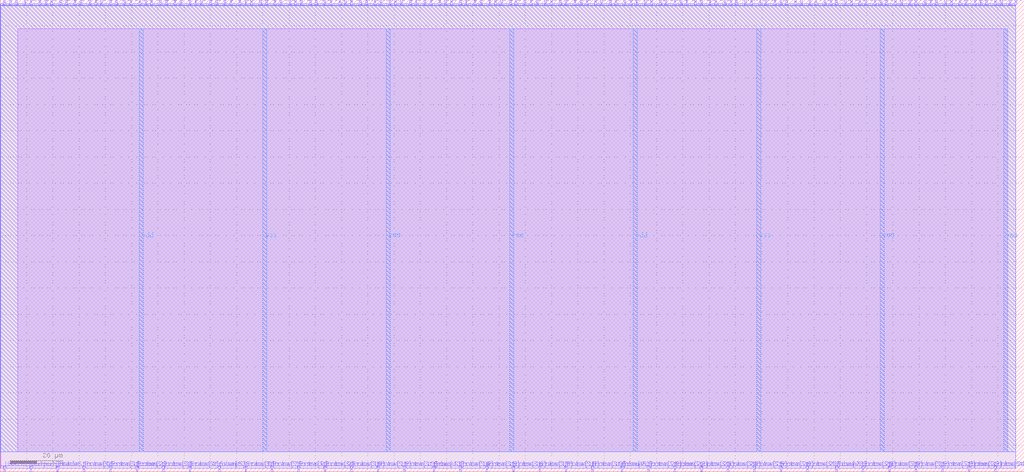
<source format=lef>
VERSION 5.7 ;
  NOWIREEXTENSIONATPIN ON ;
  DIVIDERCHAR "/" ;
  BUSBITCHARS "[]" ;
MACRO S_term_single
  CLASS BLOCK ;
  FOREIGN S_term_single ;
  ORIGIN 0.000 0.000 ;
  SIZE 390.000 BY 180.000 ;
  PIN Co
    DIRECTION OUTPUT TRISTATE ;
    USE SIGNAL ;
    PORT
      LAYER Metal2 ;
        RECT 142.520 178.000 143.080 180.000 ;
    END
  END Co
  PIN FrameStrobe[0]
    DIRECTION INPUT ;
    USE SIGNAL ;
    PORT
      LAYER Metal2 ;
        RECT 21.560 0.000 22.120 2.000 ;
    END
  END FrameStrobe[0]
  PIN FrameStrobe[10]
    DIRECTION INPUT ;
    USE SIGNAL ;
    PORT
      LAYER Metal2 ;
        RECT 123.480 0.000 124.040 2.000 ;
    END
  END FrameStrobe[10]
  PIN FrameStrobe[11]
    DIRECTION INPUT ;
    USE SIGNAL ;
    PORT
      LAYER Metal2 ;
        RECT 133.560 0.000 134.120 2.000 ;
    END
  END FrameStrobe[11]
  PIN FrameStrobe[12]
    DIRECTION INPUT ;
    USE SIGNAL ;
    PORT
      LAYER Metal2 ;
        RECT 143.640 0.000 144.200 2.000 ;
    END
  END FrameStrobe[12]
  PIN FrameStrobe[13]
    DIRECTION INPUT ;
    USE SIGNAL ;
    PORT
      LAYER Metal2 ;
        RECT 153.720 0.000 154.280 2.000 ;
    END
  END FrameStrobe[13]
  PIN FrameStrobe[14]
    DIRECTION INPUT ;
    USE SIGNAL ;
    PORT
      LAYER Metal2 ;
        RECT 164.920 0.000 165.480 2.000 ;
    END
  END FrameStrobe[14]
  PIN FrameStrobe[15]
    DIRECTION INPUT ;
    USE SIGNAL ;
    PORT
      LAYER Metal2 ;
        RECT 175.000 0.000 175.560 2.000 ;
    END
  END FrameStrobe[15]
  PIN FrameStrobe[16]
    DIRECTION INPUT ;
    USE SIGNAL ;
    PORT
      LAYER Metal2 ;
        RECT 185.080 0.000 185.640 2.000 ;
    END
  END FrameStrobe[16]
  PIN FrameStrobe[17]
    DIRECTION INPUT ;
    USE SIGNAL ;
    PORT
      LAYER Metal2 ;
        RECT 195.160 0.000 195.720 2.000 ;
    END
  END FrameStrobe[17]
  PIN FrameStrobe[18]
    DIRECTION INPUT ;
    USE SIGNAL ;
    PORT
      LAYER Metal2 ;
        RECT 205.240 0.000 205.800 2.000 ;
    END
  END FrameStrobe[18]
  PIN FrameStrobe[19]
    DIRECTION INPUT ;
    USE SIGNAL ;
    PORT
      LAYER Metal2 ;
        RECT 215.320 0.000 215.880 2.000 ;
    END
  END FrameStrobe[19]
  PIN FrameStrobe[1]
    DIRECTION INPUT ;
    USE SIGNAL ;
    PORT
      LAYER Metal2 ;
        RECT 31.640 0.000 32.200 2.000 ;
    END
  END FrameStrobe[1]
  PIN FrameStrobe[20]
    DIRECTION INPUT ;
    USE SIGNAL ;
    PORT
      LAYER Metal2 ;
        RECT 225.400 0.000 225.960 2.000 ;
    END
  END FrameStrobe[20]
  PIN FrameStrobe[21]
    DIRECTION INPUT ;
    USE SIGNAL ;
    PORT
      LAYER Metal2 ;
        RECT 236.600 0.000 237.160 2.000 ;
    END
  END FrameStrobe[21]
  PIN FrameStrobe[22]
    DIRECTION INPUT ;
    USE SIGNAL ;
    PORT
      LAYER Metal2 ;
        RECT 246.680 0.000 247.240 2.000 ;
    END
  END FrameStrobe[22]
  PIN FrameStrobe[23]
    DIRECTION INPUT ;
    USE SIGNAL ;
    PORT
      LAYER Metal2 ;
        RECT 256.760 0.000 257.320 2.000 ;
    END
  END FrameStrobe[23]
  PIN FrameStrobe[24]
    DIRECTION INPUT ;
    USE SIGNAL ;
    PORT
      LAYER Metal2 ;
        RECT 266.840 0.000 267.400 2.000 ;
    END
  END FrameStrobe[24]
  PIN FrameStrobe[25]
    DIRECTION INPUT ;
    USE SIGNAL ;
    PORT
      LAYER Metal2 ;
        RECT 276.920 0.000 277.480 2.000 ;
    END
  END FrameStrobe[25]
  PIN FrameStrobe[26]
    DIRECTION INPUT ;
    USE SIGNAL ;
    PORT
      LAYER Metal2 ;
        RECT 287.000 0.000 287.560 2.000 ;
    END
  END FrameStrobe[26]
  PIN FrameStrobe[27]
    DIRECTION INPUT ;
    USE SIGNAL ;
    PORT
      LAYER Metal2 ;
        RECT 297.080 0.000 297.640 2.000 ;
    END
  END FrameStrobe[27]
  PIN FrameStrobe[28]
    DIRECTION INPUT ;
    USE SIGNAL ;
    PORT
      LAYER Metal2 ;
        RECT 307.160 0.000 307.720 2.000 ;
    END
  END FrameStrobe[28]
  PIN FrameStrobe[29]
    DIRECTION INPUT ;
    USE SIGNAL ;
    PORT
      LAYER Metal2 ;
        RECT 318.360 0.000 318.920 2.000 ;
    END
  END FrameStrobe[29]
  PIN FrameStrobe[2]
    DIRECTION INPUT ;
    USE SIGNAL ;
    PORT
      LAYER Metal2 ;
        RECT 41.720 0.000 42.280 2.000 ;
    END
  END FrameStrobe[2]
  PIN FrameStrobe[30]
    DIRECTION INPUT ;
    USE SIGNAL ;
    PORT
      LAYER Metal2 ;
        RECT 328.440 0.000 329.000 2.000 ;
    END
  END FrameStrobe[30]
  PIN FrameStrobe[31]
    DIRECTION INPUT ;
    USE SIGNAL ;
    PORT
      LAYER Metal2 ;
        RECT 338.520 0.000 339.080 2.000 ;
    END
  END FrameStrobe[31]
  PIN FrameStrobe[32]
    DIRECTION INPUT ;
    USE SIGNAL ;
    PORT
      LAYER Metal2 ;
        RECT 348.600 0.000 349.160 2.000 ;
    END
  END FrameStrobe[32]
  PIN FrameStrobe[33]
    DIRECTION INPUT ;
    USE SIGNAL ;
    PORT
      LAYER Metal2 ;
        RECT 358.680 0.000 359.240 2.000 ;
    END
  END FrameStrobe[33]
  PIN FrameStrobe[34]
    DIRECTION INPUT ;
    USE SIGNAL ;
    PORT
      LAYER Metal2 ;
        RECT 368.760 0.000 369.320 2.000 ;
    END
  END FrameStrobe[34]
  PIN FrameStrobe[35]
    DIRECTION INPUT ;
    USE SIGNAL ;
    PORT
      LAYER Metal2 ;
        RECT 378.840 0.000 379.400 2.000 ;
    END
  END FrameStrobe[35]
  PIN FrameStrobe[3]
    DIRECTION INPUT ;
    USE SIGNAL ;
    PORT
      LAYER Metal2 ;
        RECT 51.800 0.000 52.360 2.000 ;
    END
  END FrameStrobe[3]
  PIN FrameStrobe[4]
    DIRECTION INPUT ;
    USE SIGNAL ;
    PORT
      LAYER Metal2 ;
        RECT 61.880 0.000 62.440 2.000 ;
    END
  END FrameStrobe[4]
  PIN FrameStrobe[5]
    DIRECTION INPUT ;
    USE SIGNAL ;
    PORT
      LAYER Metal2 ;
        RECT 71.960 0.000 72.520 2.000 ;
    END
  END FrameStrobe[5]
  PIN FrameStrobe[6]
    DIRECTION INPUT ;
    USE SIGNAL ;
    PORT
      LAYER Metal2 ;
        RECT 83.160 0.000 83.720 2.000 ;
    END
  END FrameStrobe[6]
  PIN FrameStrobe[7]
    DIRECTION INPUT ;
    USE SIGNAL ;
    PORT
      LAYER Metal2 ;
        RECT 93.240 0.000 93.800 2.000 ;
    END
  END FrameStrobe[7]
  PIN FrameStrobe[8]
    DIRECTION INPUT ;
    USE SIGNAL ;
    PORT
      LAYER Metal2 ;
        RECT 103.320 0.000 103.880 2.000 ;
    END
  END FrameStrobe[8]
  PIN FrameStrobe[9]
    DIRECTION INPUT ;
    USE SIGNAL ;
    PORT
      LAYER Metal2 ;
        RECT 113.400 0.000 113.960 2.000 ;
    END
  END FrameStrobe[9]
  PIN FrameStrobe_O[0]
    DIRECTION OUTPUT TRISTATE ;
    USE SIGNAL ;
    PORT
      LAYER Metal2 ;
        RECT 291.480 178.000 292.040 180.000 ;
    END
  END FrameStrobe_O[0]
  PIN FrameStrobe_O[10]
    DIRECTION OUTPUT TRISTATE ;
    USE SIGNAL ;
    PORT
      LAYER Metal2 ;
        RECT 318.360 178.000 318.920 180.000 ;
    END
  END FrameStrobe_O[10]
  PIN FrameStrobe_O[11]
    DIRECTION OUTPUT TRISTATE ;
    USE SIGNAL ;
    PORT
      LAYER Metal2 ;
        RECT 321.720 178.000 322.280 180.000 ;
    END
  END FrameStrobe_O[11]
  PIN FrameStrobe_O[12]
    DIRECTION OUTPUT TRISTATE ;
    USE SIGNAL ;
    PORT
      LAYER Metal2 ;
        RECT 323.960 178.000 324.520 180.000 ;
    END
  END FrameStrobe_O[12]
  PIN FrameStrobe_O[13]
    DIRECTION OUTPUT TRISTATE ;
    USE SIGNAL ;
    PORT
      LAYER Metal2 ;
        RECT 327.320 178.000 327.880 180.000 ;
    END
  END FrameStrobe_O[13]
  PIN FrameStrobe_O[14]
    DIRECTION OUTPUT TRISTATE ;
    USE SIGNAL ;
    PORT
      LAYER Metal2 ;
        RECT 329.560 178.000 330.120 180.000 ;
    END
  END FrameStrobe_O[14]
  PIN FrameStrobe_O[15]
    DIRECTION OUTPUT TRISTATE ;
    USE SIGNAL ;
    PORT
      LAYER Metal2 ;
        RECT 332.920 178.000 333.480 180.000 ;
    END
  END FrameStrobe_O[15]
  PIN FrameStrobe_O[16]
    DIRECTION OUTPUT TRISTATE ;
    USE SIGNAL ;
    PORT
      LAYER Metal2 ;
        RECT 335.160 178.000 335.720 180.000 ;
    END
  END FrameStrobe_O[16]
  PIN FrameStrobe_O[17]
    DIRECTION OUTPUT TRISTATE ;
    USE SIGNAL ;
    PORT
      LAYER Metal2 ;
        RECT 337.400 178.000 337.960 180.000 ;
    END
  END FrameStrobe_O[17]
  PIN FrameStrobe_O[18]
    DIRECTION OUTPUT TRISTATE ;
    USE SIGNAL ;
    PORT
      LAYER Metal2 ;
        RECT 340.760 178.000 341.320 180.000 ;
    END
  END FrameStrobe_O[18]
  PIN FrameStrobe_O[19]
    DIRECTION OUTPUT TRISTATE ;
    USE SIGNAL ;
    PORT
      LAYER Metal2 ;
        RECT 343.000 178.000 343.560 180.000 ;
    END
  END FrameStrobe_O[19]
  PIN FrameStrobe_O[1]
    DIRECTION OUTPUT TRISTATE ;
    USE SIGNAL ;
    PORT
      LAYER Metal2 ;
        RECT 294.840 178.000 295.400 180.000 ;
    END
  END FrameStrobe_O[1]
  PIN FrameStrobe_O[20]
    DIRECTION OUTPUT TRISTATE ;
    USE SIGNAL ;
    PORT
      LAYER Metal2 ;
        RECT 346.360 178.000 346.920 180.000 ;
    END
  END FrameStrobe_O[20]
  PIN FrameStrobe_O[21]
    DIRECTION OUTPUT TRISTATE ;
    USE SIGNAL ;
    PORT
      LAYER Metal2 ;
        RECT 348.600 178.000 349.160 180.000 ;
    END
  END FrameStrobe_O[21]
  PIN FrameStrobe_O[22]
    DIRECTION OUTPUT TRISTATE ;
    USE SIGNAL ;
    PORT
      LAYER Metal2 ;
        RECT 351.960 178.000 352.520 180.000 ;
    END
  END FrameStrobe_O[22]
  PIN FrameStrobe_O[23]
    DIRECTION OUTPUT TRISTATE ;
    USE SIGNAL ;
    PORT
      LAYER Metal2 ;
        RECT 354.200 178.000 354.760 180.000 ;
    END
  END FrameStrobe_O[23]
  PIN FrameStrobe_O[24]
    DIRECTION OUTPUT TRISTATE ;
    USE SIGNAL ;
    PORT
      LAYER Metal2 ;
        RECT 356.440 178.000 357.000 180.000 ;
    END
  END FrameStrobe_O[24]
  PIN FrameStrobe_O[25]
    DIRECTION OUTPUT TRISTATE ;
    USE SIGNAL ;
    PORT
      LAYER Metal2 ;
        RECT 359.800 178.000 360.360 180.000 ;
    END
  END FrameStrobe_O[25]
  PIN FrameStrobe_O[26]
    DIRECTION OUTPUT TRISTATE ;
    USE SIGNAL ;
    PORT
      LAYER Metal2 ;
        RECT 362.040 178.000 362.600 180.000 ;
    END
  END FrameStrobe_O[26]
  PIN FrameStrobe_O[27]
    DIRECTION OUTPUT TRISTATE ;
    USE SIGNAL ;
    PORT
      LAYER Metal2 ;
        RECT 365.400 178.000 365.960 180.000 ;
    END
  END FrameStrobe_O[27]
  PIN FrameStrobe_O[28]
    DIRECTION OUTPUT TRISTATE ;
    USE SIGNAL ;
    PORT
      LAYER Metal2 ;
        RECT 367.640 178.000 368.200 180.000 ;
    END
  END FrameStrobe_O[28]
  PIN FrameStrobe_O[29]
    DIRECTION OUTPUT TRISTATE ;
    USE SIGNAL ;
    PORT
      LAYER Metal2 ;
        RECT 371.000 178.000 371.560 180.000 ;
    END
  END FrameStrobe_O[29]
  PIN FrameStrobe_O[2]
    DIRECTION OUTPUT TRISTATE ;
    USE SIGNAL ;
    PORT
      LAYER Metal2 ;
        RECT 297.080 178.000 297.640 180.000 ;
    END
  END FrameStrobe_O[2]
  PIN FrameStrobe_O[30]
    DIRECTION OUTPUT TRISTATE ;
    USE SIGNAL ;
    PORT
      LAYER Metal2 ;
        RECT 373.240 178.000 373.800 180.000 ;
    END
  END FrameStrobe_O[30]
  PIN FrameStrobe_O[31]
    DIRECTION OUTPUT TRISTATE ;
    USE SIGNAL ;
    PORT
      LAYER Metal2 ;
        RECT 375.480 178.000 376.040 180.000 ;
    END
  END FrameStrobe_O[31]
  PIN FrameStrobe_O[32]
    DIRECTION OUTPUT TRISTATE ;
    USE SIGNAL ;
    PORT
      LAYER Metal2 ;
        RECT 378.840 178.000 379.400 180.000 ;
    END
  END FrameStrobe_O[32]
  PIN FrameStrobe_O[33]
    DIRECTION OUTPUT TRISTATE ;
    USE SIGNAL ;
    PORT
      LAYER Metal2 ;
        RECT 381.080 178.000 381.640 180.000 ;
    END
  END FrameStrobe_O[33]
  PIN FrameStrobe_O[34]
    DIRECTION OUTPUT TRISTATE ;
    USE SIGNAL ;
    PORT
      LAYER Metal2 ;
        RECT 384.440 178.000 385.000 180.000 ;
    END
  END FrameStrobe_O[34]
  PIN FrameStrobe_O[35]
    DIRECTION OUTPUT TRISTATE ;
    USE SIGNAL ;
    PORT
      LAYER Metal2 ;
        RECT 386.680 178.000 387.240 180.000 ;
    END
  END FrameStrobe_O[35]
  PIN FrameStrobe_O[3]
    DIRECTION OUTPUT TRISTATE ;
    USE SIGNAL ;
    PORT
      LAYER Metal2 ;
        RECT 299.320 178.000 299.880 180.000 ;
    END
  END FrameStrobe_O[3]
  PIN FrameStrobe_O[4]
    DIRECTION OUTPUT TRISTATE ;
    USE SIGNAL ;
    PORT
      LAYER Metal2 ;
        RECT 302.680 178.000 303.240 180.000 ;
    END
  END FrameStrobe_O[4]
  PIN FrameStrobe_O[5]
    DIRECTION OUTPUT TRISTATE ;
    USE SIGNAL ;
    PORT
      LAYER Metal2 ;
        RECT 304.920 178.000 305.480 180.000 ;
    END
  END FrameStrobe_O[5]
  PIN FrameStrobe_O[6]
    DIRECTION OUTPUT TRISTATE ;
    USE SIGNAL ;
    PORT
      LAYER Metal2 ;
        RECT 308.280 178.000 308.840 180.000 ;
    END
  END FrameStrobe_O[6]
  PIN FrameStrobe_O[7]
    DIRECTION OUTPUT TRISTATE ;
    USE SIGNAL ;
    PORT
      LAYER Metal2 ;
        RECT 310.520 178.000 311.080 180.000 ;
    END
  END FrameStrobe_O[7]
  PIN FrameStrobe_O[8]
    DIRECTION OUTPUT TRISTATE ;
    USE SIGNAL ;
    PORT
      LAYER Metal2 ;
        RECT 313.880 178.000 314.440 180.000 ;
    END
  END FrameStrobe_O[8]
  PIN FrameStrobe_O[9]
    DIRECTION OUTPUT TRISTATE ;
    USE SIGNAL ;
    PORT
      LAYER Metal2 ;
        RECT 316.120 178.000 316.680 180.000 ;
    END
  END FrameStrobe_O[9]
  PIN N1BEG[0]
    DIRECTION OUTPUT TRISTATE ;
    USE SIGNAL ;
    PORT
      LAYER Metal2 ;
        RECT 1.400 178.000 1.960 180.000 ;
    END
  END N1BEG[0]
  PIN N1BEG[1]
    DIRECTION OUTPUT TRISTATE ;
    USE SIGNAL ;
    PORT
      LAYER Metal2 ;
        RECT 3.640 178.000 4.200 180.000 ;
    END
  END N1BEG[1]
  PIN N1BEG[2]
    DIRECTION OUTPUT TRISTATE ;
    USE SIGNAL ;
    PORT
      LAYER Metal2 ;
        RECT 5.880 178.000 6.440 180.000 ;
    END
  END N1BEG[2]
  PIN N1BEG[3]
    DIRECTION OUTPUT TRISTATE ;
    USE SIGNAL ;
    PORT
      LAYER Metal2 ;
        RECT 9.240 178.000 9.800 180.000 ;
    END
  END N1BEG[3]
  PIN N2BEG[0]
    DIRECTION OUTPUT TRISTATE ;
    USE SIGNAL ;
    PORT
      LAYER Metal2 ;
        RECT 11.480 178.000 12.040 180.000 ;
    END
  END N2BEG[0]
  PIN N2BEG[1]
    DIRECTION OUTPUT TRISTATE ;
    USE SIGNAL ;
    PORT
      LAYER Metal2 ;
        RECT 14.840 178.000 15.400 180.000 ;
    END
  END N2BEG[1]
  PIN N2BEG[2]
    DIRECTION OUTPUT TRISTATE ;
    USE SIGNAL ;
    PORT
      LAYER Metal2 ;
        RECT 17.080 178.000 17.640 180.000 ;
    END
  END N2BEG[2]
  PIN N2BEG[3]
    DIRECTION OUTPUT TRISTATE ;
    USE SIGNAL ;
    PORT
      LAYER Metal2 ;
        RECT 19.320 178.000 19.880 180.000 ;
    END
  END N2BEG[3]
  PIN N2BEG[4]
    DIRECTION OUTPUT TRISTATE ;
    USE SIGNAL ;
    PORT
      LAYER Metal2 ;
        RECT 22.680 178.000 23.240 180.000 ;
    END
  END N2BEG[4]
  PIN N2BEG[5]
    DIRECTION OUTPUT TRISTATE ;
    USE SIGNAL ;
    PORT
      LAYER Metal2 ;
        RECT 24.920 178.000 25.480 180.000 ;
    END
  END N2BEG[5]
  PIN N2BEG[6]
    DIRECTION OUTPUT TRISTATE ;
    USE SIGNAL ;
    PORT
      LAYER Metal2 ;
        RECT 28.280 178.000 28.840 180.000 ;
    END
  END N2BEG[6]
  PIN N2BEG[7]
    DIRECTION OUTPUT TRISTATE ;
    USE SIGNAL ;
    PORT
      LAYER Metal2 ;
        RECT 30.520 178.000 31.080 180.000 ;
    END
  END N2BEG[7]
  PIN N2BEGb[0]
    DIRECTION OUTPUT TRISTATE ;
    USE SIGNAL ;
    PORT
      LAYER Metal2 ;
        RECT 33.880 178.000 34.440 180.000 ;
    END
  END N2BEGb[0]
  PIN N2BEGb[1]
    DIRECTION OUTPUT TRISTATE ;
    USE SIGNAL ;
    PORT
      LAYER Metal2 ;
        RECT 36.120 178.000 36.680 180.000 ;
    END
  END N2BEGb[1]
  PIN N2BEGb[2]
    DIRECTION OUTPUT TRISTATE ;
    USE SIGNAL ;
    PORT
      LAYER Metal2 ;
        RECT 38.360 178.000 38.920 180.000 ;
    END
  END N2BEGb[2]
  PIN N2BEGb[3]
    DIRECTION OUTPUT TRISTATE ;
    USE SIGNAL ;
    PORT
      LAYER Metal2 ;
        RECT 41.720 178.000 42.280 180.000 ;
    END
  END N2BEGb[3]
  PIN N2BEGb[4]
    DIRECTION OUTPUT TRISTATE ;
    USE SIGNAL ;
    PORT
      LAYER Metal2 ;
        RECT 43.960 178.000 44.520 180.000 ;
    END
  END N2BEGb[4]
  PIN N2BEGb[5]
    DIRECTION OUTPUT TRISTATE ;
    USE SIGNAL ;
    PORT
      LAYER Metal2 ;
        RECT 47.320 178.000 47.880 180.000 ;
    END
  END N2BEGb[5]
  PIN N2BEGb[6]
    DIRECTION OUTPUT TRISTATE ;
    USE SIGNAL ;
    PORT
      LAYER Metal2 ;
        RECT 49.560 178.000 50.120 180.000 ;
    END
  END N2BEGb[6]
  PIN N2BEGb[7]
    DIRECTION OUTPUT TRISTATE ;
    USE SIGNAL ;
    PORT
      LAYER Metal2 ;
        RECT 52.920 178.000 53.480 180.000 ;
    END
  END N2BEGb[7]
  PIN N4BEG[0]
    DIRECTION OUTPUT TRISTATE ;
    USE SIGNAL ;
    PORT
      LAYER Metal2 ;
        RECT 55.160 178.000 55.720 180.000 ;
    END
  END N4BEG[0]
  PIN N4BEG[10]
    DIRECTION OUTPUT TRISTATE ;
    USE SIGNAL ;
    PORT
      LAYER Metal2 ;
        RECT 82.040 178.000 82.600 180.000 ;
    END
  END N4BEG[10]
  PIN N4BEG[11]
    DIRECTION OUTPUT TRISTATE ;
    USE SIGNAL ;
    PORT
      LAYER Metal2 ;
        RECT 85.400 178.000 85.960 180.000 ;
    END
  END N4BEG[11]
  PIN N4BEG[12]
    DIRECTION OUTPUT TRISTATE ;
    USE SIGNAL ;
    PORT
      LAYER Metal2 ;
        RECT 87.640 178.000 88.200 180.000 ;
    END
  END N4BEG[12]
  PIN N4BEG[13]
    DIRECTION OUTPUT TRISTATE ;
    USE SIGNAL ;
    PORT
      LAYER Metal2 ;
        RECT 91.000 178.000 91.560 180.000 ;
    END
  END N4BEG[13]
  PIN N4BEG[14]
    DIRECTION OUTPUT TRISTATE ;
    USE SIGNAL ;
    PORT
      LAYER Metal2 ;
        RECT 93.240 178.000 93.800 180.000 ;
    END
  END N4BEG[14]
  PIN N4BEG[15]
    DIRECTION OUTPUT TRISTATE ;
    USE SIGNAL ;
    PORT
      LAYER Metal2 ;
        RECT 95.480 178.000 96.040 180.000 ;
    END
  END N4BEG[15]
  PIN N4BEG[1]
    DIRECTION OUTPUT TRISTATE ;
    USE SIGNAL ;
    PORT
      LAYER Metal2 ;
        RECT 57.400 178.000 57.960 180.000 ;
    END
  END N4BEG[1]
  PIN N4BEG[2]
    DIRECTION OUTPUT TRISTATE ;
    USE SIGNAL ;
    PORT
      LAYER Metal2 ;
        RECT 60.760 178.000 61.320 180.000 ;
    END
  END N4BEG[2]
  PIN N4BEG[3]
    DIRECTION OUTPUT TRISTATE ;
    USE SIGNAL ;
    PORT
      LAYER Metal2 ;
        RECT 63.000 178.000 63.560 180.000 ;
    END
  END N4BEG[3]
  PIN N4BEG[4]
    DIRECTION OUTPUT TRISTATE ;
    USE SIGNAL ;
    PORT
      LAYER Metal2 ;
        RECT 66.360 178.000 66.920 180.000 ;
    END
  END N4BEG[4]
  PIN N4BEG[5]
    DIRECTION OUTPUT TRISTATE ;
    USE SIGNAL ;
    PORT
      LAYER Metal2 ;
        RECT 68.600 178.000 69.160 180.000 ;
    END
  END N4BEG[5]
  PIN N4BEG[6]
    DIRECTION OUTPUT TRISTATE ;
    USE SIGNAL ;
    PORT
      LAYER Metal2 ;
        RECT 71.960 178.000 72.520 180.000 ;
    END
  END N4BEG[6]
  PIN N4BEG[7]
    DIRECTION OUTPUT TRISTATE ;
    USE SIGNAL ;
    PORT
      LAYER Metal2 ;
        RECT 74.200 178.000 74.760 180.000 ;
    END
  END N4BEG[7]
  PIN N4BEG[8]
    DIRECTION OUTPUT TRISTATE ;
    USE SIGNAL ;
    PORT
      LAYER Metal2 ;
        RECT 76.440 178.000 77.000 180.000 ;
    END
  END N4BEG[8]
  PIN N4BEG[9]
    DIRECTION OUTPUT TRISTATE ;
    USE SIGNAL ;
    PORT
      LAYER Metal2 ;
        RECT 79.800 178.000 80.360 180.000 ;
    END
  END N4BEG[9]
  PIN NN4BEG[0]
    DIRECTION OUTPUT TRISTATE ;
    USE SIGNAL ;
    PORT
      LAYER Metal2 ;
        RECT 98.840 178.000 99.400 180.000 ;
    END
  END NN4BEG[0]
  PIN NN4BEG[10]
    DIRECTION OUTPUT TRISTATE ;
    USE SIGNAL ;
    PORT
      LAYER Metal2 ;
        RECT 125.720 178.000 126.280 180.000 ;
    END
  END NN4BEG[10]
  PIN NN4BEG[11]
    DIRECTION OUTPUT TRISTATE ;
    USE SIGNAL ;
    PORT
      LAYER Metal2 ;
        RECT 129.080 178.000 129.640 180.000 ;
    END
  END NN4BEG[11]
  PIN NN4BEG[12]
    DIRECTION OUTPUT TRISTATE ;
    USE SIGNAL ;
    PORT
      LAYER Metal2 ;
        RECT 131.320 178.000 131.880 180.000 ;
    END
  END NN4BEG[12]
  PIN NN4BEG[13]
    DIRECTION OUTPUT TRISTATE ;
    USE SIGNAL ;
    PORT
      LAYER Metal2 ;
        RECT 133.560 178.000 134.120 180.000 ;
    END
  END NN4BEG[13]
  PIN NN4BEG[14]
    DIRECTION OUTPUT TRISTATE ;
    USE SIGNAL ;
    PORT
      LAYER Metal2 ;
        RECT 136.920 178.000 137.480 180.000 ;
    END
  END NN4BEG[14]
  PIN NN4BEG[15]
    DIRECTION OUTPUT TRISTATE ;
    USE SIGNAL ;
    PORT
      LAYER Metal2 ;
        RECT 139.160 178.000 139.720 180.000 ;
    END
  END NN4BEG[15]
  PIN NN4BEG[1]
    DIRECTION OUTPUT TRISTATE ;
    USE SIGNAL ;
    PORT
      LAYER Metal2 ;
        RECT 101.080 178.000 101.640 180.000 ;
    END
  END NN4BEG[1]
  PIN NN4BEG[2]
    DIRECTION OUTPUT TRISTATE ;
    USE SIGNAL ;
    PORT
      LAYER Metal2 ;
        RECT 104.440 178.000 105.000 180.000 ;
    END
  END NN4BEG[2]
  PIN NN4BEG[3]
    DIRECTION OUTPUT TRISTATE ;
    USE SIGNAL ;
    PORT
      LAYER Metal2 ;
        RECT 106.680 178.000 107.240 180.000 ;
    END
  END NN4BEG[3]
  PIN NN4BEG[4]
    DIRECTION OUTPUT TRISTATE ;
    USE SIGNAL ;
    PORT
      LAYER Metal2 ;
        RECT 110.040 178.000 110.600 180.000 ;
    END
  END NN4BEG[4]
  PIN NN4BEG[5]
    DIRECTION OUTPUT TRISTATE ;
    USE SIGNAL ;
    PORT
      LAYER Metal2 ;
        RECT 112.280 178.000 112.840 180.000 ;
    END
  END NN4BEG[5]
  PIN NN4BEG[6]
    DIRECTION OUTPUT TRISTATE ;
    USE SIGNAL ;
    PORT
      LAYER Metal2 ;
        RECT 114.520 178.000 115.080 180.000 ;
    END
  END NN4BEG[6]
  PIN NN4BEG[7]
    DIRECTION OUTPUT TRISTATE ;
    USE SIGNAL ;
    PORT
      LAYER Metal2 ;
        RECT 117.880 178.000 118.440 180.000 ;
    END
  END NN4BEG[7]
  PIN NN4BEG[8]
    DIRECTION OUTPUT TRISTATE ;
    USE SIGNAL ;
    PORT
      LAYER Metal2 ;
        RECT 120.120 178.000 120.680 180.000 ;
    END
  END NN4BEG[8]
  PIN NN4BEG[9]
    DIRECTION OUTPUT TRISTATE ;
    USE SIGNAL ;
    PORT
      LAYER Metal2 ;
        RECT 123.480 178.000 124.040 180.000 ;
    END
  END NN4BEG[9]
  PIN OutputEnable
    DIRECTION INPUT ;
    USE SIGNAL ;
    PORT
      LAYER Metal2 ;
        RECT 11.480 0.000 12.040 2.000 ;
    END
  END OutputEnable
  PIN OutputEnable_O
    DIRECTION OUTPUT TRISTATE ;
    USE SIGNAL ;
    PORT
      LAYER Metal2 ;
        RECT 289.240 178.000 289.800 180.000 ;
    END
  END OutputEnable_O
  PIN S1END[0]
    DIRECTION INPUT ;
    USE SIGNAL ;
    PORT
      LAYER Metal2 ;
        RECT 144.760 178.000 145.320 180.000 ;
    END
  END S1END[0]
  PIN S1END[1]
    DIRECTION INPUT ;
    USE SIGNAL ;
    PORT
      LAYER Metal2 ;
        RECT 148.120 178.000 148.680 180.000 ;
    END
  END S1END[1]
  PIN S1END[2]
    DIRECTION INPUT ;
    USE SIGNAL ;
    PORT
      LAYER Metal2 ;
        RECT 150.360 178.000 150.920 180.000 ;
    END
  END S1END[2]
  PIN S1END[3]
    DIRECTION INPUT ;
    USE SIGNAL ;
    PORT
      LAYER Metal2 ;
        RECT 152.600 178.000 153.160 180.000 ;
    END
  END S1END[3]
  PIN S2END[0]
    DIRECTION INPUT ;
    USE SIGNAL ;
    PORT
      LAYER Metal2 ;
        RECT 177.240 178.000 177.800 180.000 ;
    END
  END S2END[0]
  PIN S2END[1]
    DIRECTION INPUT ;
    USE SIGNAL ;
    PORT
      LAYER Metal2 ;
        RECT 180.600 178.000 181.160 180.000 ;
    END
  END S2END[1]
  PIN S2END[2]
    DIRECTION INPUT ;
    USE SIGNAL ;
    PORT
      LAYER Metal2 ;
        RECT 182.840 178.000 183.400 180.000 ;
    END
  END S2END[2]
  PIN S2END[3]
    DIRECTION INPUT ;
    USE SIGNAL ;
    PORT
      LAYER Metal2 ;
        RECT 186.200 178.000 186.760 180.000 ;
    END
  END S2END[3]
  PIN S2END[4]
    DIRECTION INPUT ;
    USE SIGNAL ;
    PORT
      LAYER Metal2 ;
        RECT 188.440 178.000 189.000 180.000 ;
    END
  END S2END[4]
  PIN S2END[5]
    DIRECTION INPUT ;
    USE SIGNAL ;
    PORT
      LAYER Metal2 ;
        RECT 190.680 178.000 191.240 180.000 ;
    END
  END S2END[5]
  PIN S2END[6]
    DIRECTION INPUT ;
    USE SIGNAL ;
    PORT
      LAYER Metal2 ;
        RECT 194.040 178.000 194.600 180.000 ;
    END
  END S2END[6]
  PIN S2END[7]
    DIRECTION INPUT ;
    USE SIGNAL ;
    PORT
      LAYER Metal2 ;
        RECT 196.280 178.000 196.840 180.000 ;
    END
  END S2END[7]
  PIN S2MID[0]
    DIRECTION INPUT ;
    USE SIGNAL ;
    PORT
      LAYER Metal2 ;
        RECT 155.960 178.000 156.520 180.000 ;
    END
  END S2MID[0]
  PIN S2MID[1]
    DIRECTION INPUT ;
    USE SIGNAL ;
    PORT
      LAYER Metal2 ;
        RECT 158.200 178.000 158.760 180.000 ;
    END
  END S2MID[1]
  PIN S2MID[2]
    DIRECTION INPUT ;
    USE SIGNAL ;
    PORT
      LAYER Metal2 ;
        RECT 161.560 178.000 162.120 180.000 ;
    END
  END S2MID[2]
  PIN S2MID[3]
    DIRECTION INPUT ;
    USE SIGNAL ;
    PORT
      LAYER Metal2 ;
        RECT 163.800 178.000 164.360 180.000 ;
    END
  END S2MID[3]
  PIN S2MID[4]
    DIRECTION INPUT ;
    USE SIGNAL ;
    PORT
      LAYER Metal2 ;
        RECT 167.160 178.000 167.720 180.000 ;
    END
  END S2MID[4]
  PIN S2MID[5]
    DIRECTION INPUT ;
    USE SIGNAL ;
    PORT
      LAYER Metal2 ;
        RECT 169.400 178.000 169.960 180.000 ;
    END
  END S2MID[5]
  PIN S2MID[6]
    DIRECTION INPUT ;
    USE SIGNAL ;
    PORT
      LAYER Metal2 ;
        RECT 171.640 178.000 172.200 180.000 ;
    END
  END S2MID[6]
  PIN S2MID[7]
    DIRECTION INPUT ;
    USE SIGNAL ;
    PORT
      LAYER Metal2 ;
        RECT 175.000 178.000 175.560 180.000 ;
    END
  END S2MID[7]
  PIN S4END[0]
    DIRECTION INPUT ;
    USE SIGNAL ;
    PORT
      LAYER Metal2 ;
        RECT 199.640 178.000 200.200 180.000 ;
    END
  END S4END[0]
  PIN S4END[10]
    DIRECTION INPUT ;
    USE SIGNAL ;
    PORT
      LAYER Metal2 ;
        RECT 226.520 178.000 227.080 180.000 ;
    END
  END S4END[10]
  PIN S4END[11]
    DIRECTION INPUT ;
    USE SIGNAL ;
    PORT
      LAYER Metal2 ;
        RECT 228.760 178.000 229.320 180.000 ;
    END
  END S4END[11]
  PIN S4END[12]
    DIRECTION INPUT ;
    USE SIGNAL ;
    PORT
      LAYER Metal2 ;
        RECT 232.120 178.000 232.680 180.000 ;
    END
  END S4END[12]
  PIN S4END[13]
    DIRECTION INPUT ;
    USE SIGNAL ;
    PORT
      LAYER Metal2 ;
        RECT 234.360 178.000 234.920 180.000 ;
    END
  END S4END[13]
  PIN S4END[14]
    DIRECTION INPUT ;
    USE SIGNAL ;
    PORT
      LAYER Metal2 ;
        RECT 237.720 178.000 238.280 180.000 ;
    END
  END S4END[14]
  PIN S4END[15]
    DIRECTION INPUT ;
    USE SIGNAL ;
    PORT
      LAYER Metal2 ;
        RECT 239.960 178.000 240.520 180.000 ;
    END
  END S4END[15]
  PIN S4END[1]
    DIRECTION INPUT ;
    USE SIGNAL ;
    PORT
      LAYER Metal2 ;
        RECT 201.880 178.000 202.440 180.000 ;
    END
  END S4END[1]
  PIN S4END[2]
    DIRECTION INPUT ;
    USE SIGNAL ;
    PORT
      LAYER Metal2 ;
        RECT 204.120 178.000 204.680 180.000 ;
    END
  END S4END[2]
  PIN S4END[3]
    DIRECTION INPUT ;
    USE SIGNAL ;
    PORT
      LAYER Metal2 ;
        RECT 207.480 178.000 208.040 180.000 ;
    END
  END S4END[3]
  PIN S4END[4]
    DIRECTION INPUT ;
    USE SIGNAL ;
    PORT
      LAYER Metal2 ;
        RECT 209.720 178.000 210.280 180.000 ;
    END
  END S4END[4]
  PIN S4END[5]
    DIRECTION INPUT ;
    USE SIGNAL ;
    PORT
      LAYER Metal2 ;
        RECT 213.080 178.000 213.640 180.000 ;
    END
  END S4END[5]
  PIN S4END[6]
    DIRECTION INPUT ;
    USE SIGNAL ;
    PORT
      LAYER Metal2 ;
        RECT 215.320 178.000 215.880 180.000 ;
    END
  END S4END[6]
  PIN S4END[7]
    DIRECTION INPUT ;
    USE SIGNAL ;
    PORT
      LAYER Metal2 ;
        RECT 218.680 178.000 219.240 180.000 ;
    END
  END S4END[7]
  PIN S4END[8]
    DIRECTION INPUT ;
    USE SIGNAL ;
    PORT
      LAYER Metal2 ;
        RECT 220.920 178.000 221.480 180.000 ;
    END
  END S4END[8]
  PIN S4END[9]
    DIRECTION INPUT ;
    USE SIGNAL ;
    PORT
      LAYER Metal2 ;
        RECT 223.160 178.000 223.720 180.000 ;
    END
  END S4END[9]
  PIN SS4END[0]
    DIRECTION INPUT ;
    USE SIGNAL ;
    PORT
      LAYER Metal2 ;
        RECT 242.200 178.000 242.760 180.000 ;
    END
  END SS4END[0]
  PIN SS4END[10]
    DIRECTION INPUT ;
    USE SIGNAL ;
    PORT
      LAYER Metal2 ;
        RECT 270.200 178.000 270.760 180.000 ;
    END
  END SS4END[10]
  PIN SS4END[11]
    DIRECTION INPUT ;
    USE SIGNAL ;
    PORT
      LAYER Metal2 ;
        RECT 272.440 178.000 273.000 180.000 ;
    END
  END SS4END[11]
  PIN SS4END[12]
    DIRECTION INPUT ;
    USE SIGNAL ;
    PORT
      LAYER Metal2 ;
        RECT 275.800 178.000 276.360 180.000 ;
    END
  END SS4END[12]
  PIN SS4END[13]
    DIRECTION INPUT ;
    USE SIGNAL ;
    PORT
      LAYER Metal2 ;
        RECT 278.040 178.000 278.600 180.000 ;
    END
  END SS4END[13]
  PIN SS4END[14]
    DIRECTION INPUT ;
    USE SIGNAL ;
    PORT
      LAYER Metal2 ;
        RECT 280.280 178.000 280.840 180.000 ;
    END
  END SS4END[14]
  PIN SS4END[15]
    DIRECTION INPUT ;
    USE SIGNAL ;
    PORT
      LAYER Metal2 ;
        RECT 283.640 178.000 284.200 180.000 ;
    END
  END SS4END[15]
  PIN SS4END[1]
    DIRECTION INPUT ;
    USE SIGNAL ;
    PORT
      LAYER Metal2 ;
        RECT 245.560 178.000 246.120 180.000 ;
    END
  END SS4END[1]
  PIN SS4END[2]
    DIRECTION INPUT ;
    USE SIGNAL ;
    PORT
      LAYER Metal2 ;
        RECT 247.800 178.000 248.360 180.000 ;
    END
  END SS4END[2]
  PIN SS4END[3]
    DIRECTION INPUT ;
    USE SIGNAL ;
    PORT
      LAYER Metal2 ;
        RECT 251.160 178.000 251.720 180.000 ;
    END
  END SS4END[3]
  PIN SS4END[4]
    DIRECTION INPUT ;
    USE SIGNAL ;
    PORT
      LAYER Metal2 ;
        RECT 253.400 178.000 253.960 180.000 ;
    END
  END SS4END[4]
  PIN SS4END[5]
    DIRECTION INPUT ;
    USE SIGNAL ;
    PORT
      LAYER Metal2 ;
        RECT 256.760 178.000 257.320 180.000 ;
    END
  END SS4END[5]
  PIN SS4END[6]
    DIRECTION INPUT ;
    USE SIGNAL ;
    PORT
      LAYER Metal2 ;
        RECT 259.000 178.000 259.560 180.000 ;
    END
  END SS4END[6]
  PIN SS4END[7]
    DIRECTION INPUT ;
    USE SIGNAL ;
    PORT
      LAYER Metal2 ;
        RECT 261.240 178.000 261.800 180.000 ;
    END
  END SS4END[7]
  PIN SS4END[8]
    DIRECTION INPUT ;
    USE SIGNAL ;
    PORT
      LAYER Metal2 ;
        RECT 264.600 178.000 265.160 180.000 ;
    END
  END SS4END[8]
  PIN SS4END[9]
    DIRECTION INPUT ;
    USE SIGNAL ;
    PORT
      LAYER Metal2 ;
        RECT 266.840 178.000 267.400 180.000 ;
    END
  END SS4END[9]
  PIN UserCLK
    DIRECTION INPUT ;
    USE SIGNAL ;
    PORT
      LAYER Metal2 ;
        RECT 1.400 0.000 1.960 2.000 ;
    END
  END UserCLK
  PIN UserCLKo
    DIRECTION OUTPUT TRISTATE ;
    USE SIGNAL ;
    PORT
      LAYER Metal2 ;
        RECT 285.880 178.000 286.440 180.000 ;
    END
  END UserCLKo
  PIN vdd
    DIRECTION INOUT ;
    USE POWER ;
    PORT
      LAYER Metal4 ;
        RECT 52.960 7.540 54.560 168.860 ;
    END
    PORT
      LAYER Metal4 ;
        RECT 147.040 7.540 148.640 168.860 ;
    END
    PORT
      LAYER Metal4 ;
        RECT 241.120 7.540 242.720 168.860 ;
    END
    PORT
      LAYER Metal4 ;
        RECT 335.200 7.540 336.800 168.860 ;
    END
  END vdd
  PIN vss
    DIRECTION INOUT ;
    USE GROUND ;
    PORT
      LAYER Metal4 ;
        RECT 100.000 7.540 101.600 168.860 ;
    END
    PORT
      LAYER Metal4 ;
        RECT 194.080 7.540 195.680 168.860 ;
    END
    PORT
      LAYER Metal4 ;
        RECT 288.160 7.540 289.760 168.860 ;
    END
    PORT
      LAYER Metal4 ;
        RECT 382.240 7.540 383.840 168.860 ;
    END
  END vss
  OBS
      LAYER Metal1 ;
        RECT 6.720 7.540 383.840 168.860 ;
      LAYER Metal2 ;
        RECT 0.140 177.700 1.100 178.500 ;
        RECT 2.260 177.700 3.340 178.500 ;
        RECT 4.500 177.700 5.580 178.500 ;
        RECT 6.740 177.700 8.940 178.500 ;
        RECT 10.100 177.700 11.180 178.500 ;
        RECT 12.340 177.700 14.540 178.500 ;
        RECT 15.700 177.700 16.780 178.500 ;
        RECT 17.940 177.700 19.020 178.500 ;
        RECT 20.180 177.700 22.380 178.500 ;
        RECT 23.540 177.700 24.620 178.500 ;
        RECT 25.780 177.700 27.980 178.500 ;
        RECT 29.140 177.700 30.220 178.500 ;
        RECT 31.380 177.700 33.580 178.500 ;
        RECT 34.740 177.700 35.820 178.500 ;
        RECT 36.980 177.700 38.060 178.500 ;
        RECT 39.220 177.700 41.420 178.500 ;
        RECT 42.580 177.700 43.660 178.500 ;
        RECT 44.820 177.700 47.020 178.500 ;
        RECT 48.180 177.700 49.260 178.500 ;
        RECT 50.420 177.700 52.620 178.500 ;
        RECT 53.780 177.700 54.860 178.500 ;
        RECT 56.020 177.700 57.100 178.500 ;
        RECT 58.260 177.700 60.460 178.500 ;
        RECT 61.620 177.700 62.700 178.500 ;
        RECT 63.860 177.700 66.060 178.500 ;
        RECT 67.220 177.700 68.300 178.500 ;
        RECT 69.460 177.700 71.660 178.500 ;
        RECT 72.820 177.700 73.900 178.500 ;
        RECT 75.060 177.700 76.140 178.500 ;
        RECT 77.300 177.700 79.500 178.500 ;
        RECT 80.660 177.700 81.740 178.500 ;
        RECT 82.900 177.700 85.100 178.500 ;
        RECT 86.260 177.700 87.340 178.500 ;
        RECT 88.500 177.700 90.700 178.500 ;
        RECT 91.860 177.700 92.940 178.500 ;
        RECT 94.100 177.700 95.180 178.500 ;
        RECT 96.340 177.700 98.540 178.500 ;
        RECT 99.700 177.700 100.780 178.500 ;
        RECT 101.940 177.700 104.140 178.500 ;
        RECT 105.300 177.700 106.380 178.500 ;
        RECT 107.540 177.700 109.740 178.500 ;
        RECT 110.900 177.700 111.980 178.500 ;
        RECT 113.140 177.700 114.220 178.500 ;
        RECT 115.380 177.700 117.580 178.500 ;
        RECT 118.740 177.700 119.820 178.500 ;
        RECT 120.980 177.700 123.180 178.500 ;
        RECT 124.340 177.700 125.420 178.500 ;
        RECT 126.580 177.700 128.780 178.500 ;
        RECT 129.940 177.700 131.020 178.500 ;
        RECT 132.180 177.700 133.260 178.500 ;
        RECT 134.420 177.700 136.620 178.500 ;
        RECT 137.780 177.700 138.860 178.500 ;
        RECT 140.020 177.700 142.220 178.500 ;
        RECT 143.380 177.700 144.460 178.500 ;
        RECT 145.620 177.700 147.820 178.500 ;
        RECT 148.980 177.700 150.060 178.500 ;
        RECT 151.220 177.700 152.300 178.500 ;
        RECT 153.460 177.700 155.660 178.500 ;
        RECT 156.820 177.700 157.900 178.500 ;
        RECT 159.060 177.700 161.260 178.500 ;
        RECT 162.420 177.700 163.500 178.500 ;
        RECT 164.660 177.700 166.860 178.500 ;
        RECT 168.020 177.700 169.100 178.500 ;
        RECT 170.260 177.700 171.340 178.500 ;
        RECT 172.500 177.700 174.700 178.500 ;
        RECT 175.860 177.700 176.940 178.500 ;
        RECT 178.100 177.700 180.300 178.500 ;
        RECT 181.460 177.700 182.540 178.500 ;
        RECT 183.700 177.700 185.900 178.500 ;
        RECT 187.060 177.700 188.140 178.500 ;
        RECT 189.300 177.700 190.380 178.500 ;
        RECT 191.540 177.700 193.740 178.500 ;
        RECT 194.900 177.700 195.980 178.500 ;
        RECT 197.140 177.700 199.340 178.500 ;
        RECT 200.500 177.700 201.580 178.500 ;
        RECT 202.740 177.700 203.820 178.500 ;
        RECT 204.980 177.700 207.180 178.500 ;
        RECT 208.340 177.700 209.420 178.500 ;
        RECT 210.580 177.700 212.780 178.500 ;
        RECT 213.940 177.700 215.020 178.500 ;
        RECT 216.180 177.700 218.380 178.500 ;
        RECT 219.540 177.700 220.620 178.500 ;
        RECT 221.780 177.700 222.860 178.500 ;
        RECT 224.020 177.700 226.220 178.500 ;
        RECT 227.380 177.700 228.460 178.500 ;
        RECT 229.620 177.700 231.820 178.500 ;
        RECT 232.980 177.700 234.060 178.500 ;
        RECT 235.220 177.700 237.420 178.500 ;
        RECT 238.580 177.700 239.660 178.500 ;
        RECT 240.820 177.700 241.900 178.500 ;
        RECT 243.060 177.700 245.260 178.500 ;
        RECT 246.420 177.700 247.500 178.500 ;
        RECT 248.660 177.700 250.860 178.500 ;
        RECT 252.020 177.700 253.100 178.500 ;
        RECT 254.260 177.700 256.460 178.500 ;
        RECT 257.620 177.700 258.700 178.500 ;
        RECT 259.860 177.700 260.940 178.500 ;
        RECT 262.100 177.700 264.300 178.500 ;
        RECT 265.460 177.700 266.540 178.500 ;
        RECT 267.700 177.700 269.900 178.500 ;
        RECT 271.060 177.700 272.140 178.500 ;
        RECT 273.300 177.700 275.500 178.500 ;
        RECT 276.660 177.700 277.740 178.500 ;
        RECT 278.900 177.700 279.980 178.500 ;
        RECT 281.140 177.700 283.340 178.500 ;
        RECT 284.500 177.700 285.580 178.500 ;
        RECT 286.740 177.700 288.940 178.500 ;
        RECT 290.100 177.700 291.180 178.500 ;
        RECT 292.340 177.700 294.540 178.500 ;
        RECT 295.700 177.700 296.780 178.500 ;
        RECT 297.940 177.700 299.020 178.500 ;
        RECT 300.180 177.700 302.380 178.500 ;
        RECT 303.540 177.700 304.620 178.500 ;
        RECT 305.780 177.700 307.980 178.500 ;
        RECT 309.140 177.700 310.220 178.500 ;
        RECT 311.380 177.700 313.580 178.500 ;
        RECT 314.740 177.700 315.820 178.500 ;
        RECT 316.980 177.700 318.060 178.500 ;
        RECT 319.220 177.700 321.420 178.500 ;
        RECT 322.580 177.700 323.660 178.500 ;
        RECT 324.820 177.700 327.020 178.500 ;
        RECT 328.180 177.700 329.260 178.500 ;
        RECT 330.420 177.700 332.620 178.500 ;
        RECT 333.780 177.700 334.860 178.500 ;
        RECT 336.020 177.700 337.100 178.500 ;
        RECT 338.260 177.700 340.460 178.500 ;
        RECT 341.620 177.700 342.700 178.500 ;
        RECT 343.860 177.700 346.060 178.500 ;
        RECT 347.220 177.700 348.300 178.500 ;
        RECT 349.460 177.700 351.660 178.500 ;
        RECT 352.820 177.700 353.900 178.500 ;
        RECT 355.060 177.700 356.140 178.500 ;
        RECT 357.300 177.700 359.500 178.500 ;
        RECT 360.660 177.700 361.740 178.500 ;
        RECT 362.900 177.700 365.100 178.500 ;
        RECT 366.260 177.700 367.340 178.500 ;
        RECT 368.500 177.700 370.700 178.500 ;
        RECT 371.860 177.700 372.940 178.500 ;
        RECT 374.100 177.700 375.180 178.500 ;
        RECT 376.340 177.700 378.540 178.500 ;
        RECT 379.700 177.700 380.780 178.500 ;
        RECT 381.940 177.700 384.140 178.500 ;
        RECT 385.300 177.700 386.380 178.500 ;
        RECT 0.140 2.300 386.820 177.700 ;
        RECT 0.140 1.260 1.100 2.300 ;
        RECT 2.260 1.260 11.180 2.300 ;
        RECT 12.340 1.260 21.260 2.300 ;
        RECT 22.420 1.260 31.340 2.300 ;
        RECT 32.500 1.260 41.420 2.300 ;
        RECT 42.580 1.260 51.500 2.300 ;
        RECT 52.660 1.260 61.580 2.300 ;
        RECT 62.740 1.260 71.660 2.300 ;
        RECT 72.820 1.260 82.860 2.300 ;
        RECT 84.020 1.260 92.940 2.300 ;
        RECT 94.100 1.260 103.020 2.300 ;
        RECT 104.180 1.260 113.100 2.300 ;
        RECT 114.260 1.260 123.180 2.300 ;
        RECT 124.340 1.260 133.260 2.300 ;
        RECT 134.420 1.260 143.340 2.300 ;
        RECT 144.500 1.260 153.420 2.300 ;
        RECT 154.580 1.260 164.620 2.300 ;
        RECT 165.780 1.260 174.700 2.300 ;
        RECT 175.860 1.260 184.780 2.300 ;
        RECT 185.940 1.260 194.860 2.300 ;
        RECT 196.020 1.260 204.940 2.300 ;
        RECT 206.100 1.260 215.020 2.300 ;
        RECT 216.180 1.260 225.100 2.300 ;
        RECT 226.260 1.260 236.300 2.300 ;
        RECT 237.460 1.260 246.380 2.300 ;
        RECT 247.540 1.260 256.460 2.300 ;
        RECT 257.620 1.260 266.540 2.300 ;
        RECT 267.700 1.260 276.620 2.300 ;
        RECT 277.780 1.260 286.700 2.300 ;
        RECT 287.860 1.260 296.780 2.300 ;
        RECT 297.940 1.260 306.860 2.300 ;
        RECT 308.020 1.260 318.060 2.300 ;
        RECT 319.220 1.260 328.140 2.300 ;
        RECT 329.300 1.260 338.220 2.300 ;
        RECT 339.380 1.260 348.300 2.300 ;
        RECT 349.460 1.260 358.380 2.300 ;
        RECT 359.540 1.260 368.460 2.300 ;
        RECT 369.620 1.260 378.540 2.300 ;
        RECT 379.700 1.260 386.820 2.300 ;
      LAYER Metal3 ;
        RECT 0.090 7.700 386.870 177.940 ;
  END
END S_term_single
END LIBRARY


</source>
